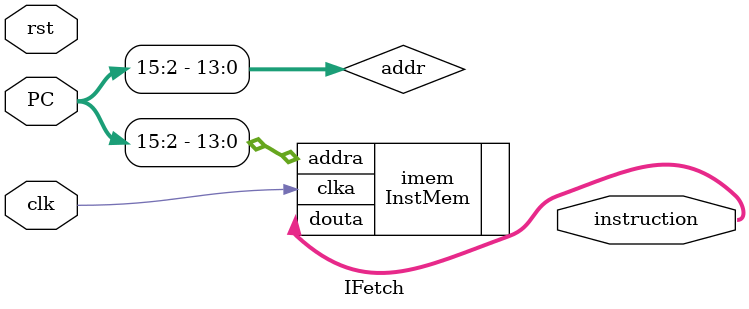
<source format=v>
module IFetch(
input clk,
input rst,
input [31:0] PC,
output  [31:0] instruction
);
    


 reg [13:0] addr; // Changed to reg type
       always @* begin // Changed to combinational block
           addr = PC[15:2];
       end
   InstMem imem(.clka(clk),.addra(addr),.douta(instruction));
    
   
    
    
endmodule
</source>
